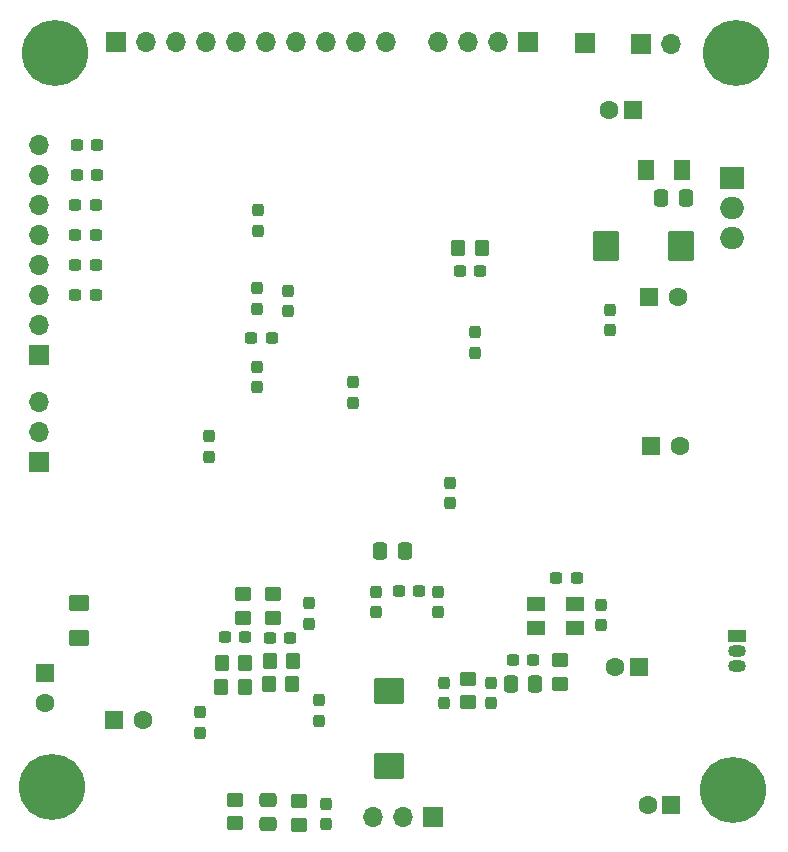
<source format=gbr>
%TF.GenerationSoftware,KiCad,Pcbnew,7.0.2*%
%TF.CreationDate,2023-11-01T23:53:07+01:00*%
%TF.ProjectId,stm_audio_board_V2,73746d5f-6175-4646-996f-5f626f617264,rev?*%
%TF.SameCoordinates,Original*%
%TF.FileFunction,Soldermask,Bot*%
%TF.FilePolarity,Negative*%
%FSLAX46Y46*%
G04 Gerber Fmt 4.6, Leading zero omitted, Abs format (unit mm)*
G04 Created by KiCad (PCBNEW 7.0.2) date 2023-11-01 23:53:07*
%MOMM*%
%LPD*%
G01*
G04 APERTURE LIST*
G04 Aperture macros list*
%AMRoundRect*
0 Rectangle with rounded corners*
0 $1 Rounding radius*
0 $2 $3 $4 $5 $6 $7 $8 $9 X,Y pos of 4 corners*
0 Add a 4 corners polygon primitive as box body*
4,1,4,$2,$3,$4,$5,$6,$7,$8,$9,$2,$3,0*
0 Add four circle primitives for the rounded corners*
1,1,$1+$1,$2,$3*
1,1,$1+$1,$4,$5*
1,1,$1+$1,$6,$7*
1,1,$1+$1,$8,$9*
0 Add four rect primitives between the rounded corners*
20,1,$1+$1,$2,$3,$4,$5,0*
20,1,$1+$1,$4,$5,$6,$7,0*
20,1,$1+$1,$6,$7,$8,$9,0*
20,1,$1+$1,$8,$9,$2,$3,0*%
G04 Aperture macros list end*
%ADD10C,5.600000*%
%ADD11R,2.000000X1.905000*%
%ADD12O,2.000000X1.905000*%
%ADD13R,1.500000X1.050000*%
%ADD14O,1.500000X1.050000*%
%ADD15R,1.700000X1.700000*%
%ADD16O,1.700000X1.700000*%
%ADD17RoundRect,0.237500X-0.237500X0.300000X-0.237500X-0.300000X0.237500X-0.300000X0.237500X0.300000X0*%
%ADD18RoundRect,0.237500X-0.300000X-0.237500X0.300000X-0.237500X0.300000X0.237500X-0.300000X0.237500X0*%
%ADD19RoundRect,0.250000X0.337500X0.475000X-0.337500X0.475000X-0.337500X-0.475000X0.337500X-0.475000X0*%
%ADD20R,1.600000X1.600000*%
%ADD21C,1.600000*%
%ADD22RoundRect,0.250000X0.350000X0.450000X-0.350000X0.450000X-0.350000X-0.450000X0.350000X-0.450000X0*%
%ADD23R,1.600000X1.300000*%
%ADD24RoundRect,0.237500X0.300000X0.237500X-0.300000X0.237500X-0.300000X-0.237500X0.300000X-0.237500X0*%
%ADD25RoundRect,0.250001X-0.462499X-0.624999X0.462499X-0.624999X0.462499X0.624999X-0.462499X0.624999X0*%
%ADD26RoundRect,0.250000X-0.450000X0.350000X-0.450000X-0.350000X0.450000X-0.350000X0.450000X0.350000X0*%
%ADD27RoundRect,0.237500X0.237500X-0.300000X0.237500X0.300000X-0.237500X0.300000X-0.237500X-0.300000X0*%
%ADD28RoundRect,0.250000X-1.025000X0.875000X-1.025000X-0.875000X1.025000X-0.875000X1.025000X0.875000X0*%
%ADD29RoundRect,0.250000X-0.350000X-0.450000X0.350000X-0.450000X0.350000X0.450000X-0.350000X0.450000X0*%
%ADD30RoundRect,0.250001X-0.624999X0.462499X-0.624999X-0.462499X0.624999X-0.462499X0.624999X0.462499X0*%
%ADD31RoundRect,0.250000X0.450000X-0.350000X0.450000X0.350000X-0.450000X0.350000X-0.450000X-0.350000X0*%
%ADD32RoundRect,0.250000X0.875000X1.025000X-0.875000X1.025000X-0.875000X-1.025000X0.875000X-1.025000X0*%
%ADD33RoundRect,0.250000X0.475000X-0.337500X0.475000X0.337500X-0.475000X0.337500X-0.475000X-0.337500X0*%
G04 APERTURE END LIST*
D10*
%TO.C,H2*%
X245003000Y-112333000D03*
%TD*%
D11*
%TO.C,U3*%
X244877000Y-60471000D03*
D12*
X244877000Y-63011000D03*
X244877000Y-65551000D03*
%TD*%
D13*
%TO.C,U6*%
X245325000Y-99275000D03*
D14*
X245325000Y-100545000D03*
X245325000Y-101815000D03*
%TD*%
D15*
%TO.C,J4*%
X232457000Y-49069000D03*
%TD*%
%TO.C,J5*%
X192739000Y-48975000D03*
D16*
X195279000Y-48975000D03*
X197819000Y-48975000D03*
X200359000Y-48975000D03*
X202899000Y-48975000D03*
X205439000Y-48975000D03*
X207979000Y-48975000D03*
X210519000Y-48975000D03*
X213059000Y-48975000D03*
X215599000Y-48975000D03*
%TD*%
D10*
%TO.C,H4*%
X187599000Y-49887000D03*
%TD*%
%TO.C,H3*%
X245278000Y-49887000D03*
%TD*%
%TO.C,H1*%
X187324000Y-112058000D03*
%TD*%
D15*
%TO.C,J6*%
X186229000Y-84563000D03*
D16*
X186229000Y-82023000D03*
X186229000Y-79483000D03*
%TD*%
D15*
%TO.C,J7*%
X186229000Y-75455000D03*
D16*
X186229000Y-72915000D03*
X186229000Y-70375000D03*
X186229000Y-67835000D03*
X186229000Y-65295000D03*
X186229000Y-62755000D03*
X186229000Y-60215000D03*
X186229000Y-57675000D03*
%TD*%
D15*
%TO.C,J1*%
X237187000Y-49127000D03*
D16*
X239727000Y-49127000D03*
%TD*%
D15*
%TO.C,J2*%
X227633000Y-48975000D03*
D16*
X225093000Y-48975000D03*
X222553000Y-48975000D03*
X220013000Y-48975000D03*
%TD*%
D15*
%TO.C,J3*%
X219613000Y-114601000D03*
D16*
X217073000Y-114601000D03*
X214533000Y-114601000D03*
%TD*%
D17*
%TO.C,C25*%
X220543000Y-103238524D03*
X220543000Y-104963524D03*
%TD*%
D18*
%TO.C,C54*%
X189314500Y-67885000D03*
X191039500Y-67885000D03*
%TD*%
D17*
%TO.C,C7*%
X200657000Y-82378500D03*
X200657000Y-84103500D03*
%TD*%
D19*
%TO.C,C15*%
X241010500Y-62163000D03*
X238935500Y-62163000D03*
%TD*%
D20*
%TO.C,C13*%
X236498241Y-54733000D03*
D21*
X234498241Y-54733000D03*
%TD*%
D22*
%TO.C,R22*%
X203674999Y-103569000D03*
X201674999Y-103569000D03*
%TD*%
D23*
%TO.C,Y1*%
X228309000Y-96595000D03*
X231609000Y-96595000D03*
X231609000Y-98595000D03*
X228309000Y-98595000D03*
%TD*%
D24*
%TO.C,C63*%
X223603500Y-68346334D03*
X221878500Y-68346334D03*
%TD*%
D25*
%TO.C,D1*%
X237663500Y-59817000D03*
X240638500Y-59817000D03*
%TD*%
D26*
%TO.C,R15*%
X206063664Y-95711000D03*
X206063664Y-97711000D03*
%TD*%
D22*
%TO.C,R20*%
X203709665Y-101537000D03*
X201709665Y-101537000D03*
%TD*%
D20*
%TO.C,C29*%
X192583000Y-106401759D03*
D21*
X195083000Y-106401759D03*
%TD*%
D18*
%TO.C,C41*%
X201966500Y-99315004D03*
X203691500Y-99315004D03*
%TD*%
D27*
%TO.C,C9*%
X212781000Y-79531500D03*
X212781000Y-77806500D03*
%TD*%
D20*
%TO.C,C28*%
X186714241Y-102437000D03*
D21*
X186714241Y-104937000D03*
%TD*%
D18*
%TO.C,C56*%
X189314500Y-70431000D03*
X191039500Y-70431000D03*
%TD*%
D27*
%TO.C,C102*%
X234540000Y-73399500D03*
X234540000Y-71674500D03*
%TD*%
D28*
%TO.C,C26*%
X215838976Y-103913000D03*
X215838976Y-110313000D03*
%TD*%
D20*
%TO.C,C70*%
X237843000Y-70587759D03*
D21*
X240343000Y-70587759D03*
%TD*%
D26*
%TO.C,R3*%
X222541000Y-102901024D03*
X222541000Y-104901024D03*
%TD*%
D24*
%TO.C,C79*%
X218437500Y-95425000D03*
X216712500Y-95425000D03*
%TD*%
D29*
%TO.C,R19*%
X205761661Y-101409000D03*
X207761661Y-101409000D03*
%TD*%
D30*
%TO.C,D2*%
X189617000Y-96439500D03*
X189617000Y-99414500D03*
%TD*%
D27*
%TO.C,C10*%
X204781000Y-64941500D03*
X204781000Y-63216500D03*
%TD*%
%TO.C,C34*%
X220003000Y-97245500D03*
X220003000Y-95520500D03*
%TD*%
%TO.C,C61*%
X207321000Y-71753500D03*
X207321000Y-70028500D03*
%TD*%
D19*
%TO.C,C80*%
X217188500Y-92059000D03*
X215113500Y-92059000D03*
%TD*%
D24*
%TO.C,C66*%
X231755500Y-94385000D03*
X230030500Y-94385000D03*
%TD*%
D27*
%TO.C,C17*%
X224525000Y-104963524D03*
X224525000Y-103238524D03*
%TD*%
D18*
%TO.C,C62*%
X189314500Y-65339000D03*
X191039500Y-65339000D03*
%TD*%
%TO.C,C40*%
X205761163Y-99451000D03*
X207486163Y-99451000D03*
%TD*%
%TO.C,C57*%
X189432500Y-60267000D03*
X191157500Y-60267000D03*
%TD*%
D17*
%TO.C,C33*%
X209081000Y-96506500D03*
X209081000Y-98231500D03*
%TD*%
D26*
%TO.C,R16*%
X203488998Y-95711000D03*
X203488998Y-97711000D03*
%TD*%
D17*
%TO.C,C47*%
X210531999Y-113501500D03*
X210531999Y-115226500D03*
%TD*%
D18*
%TO.C,C55*%
X189426500Y-57727000D03*
X191151500Y-57727000D03*
%TD*%
D22*
%TO.C,R33*%
X223727000Y-66384334D03*
X221727000Y-66384334D03*
%TD*%
D31*
%TO.C,R23*%
X202808996Y-115127000D03*
X202808996Y-113127000D03*
%TD*%
D27*
%TO.C,C11*%
X204653000Y-78195500D03*
X204653000Y-76470500D03*
%TD*%
%TO.C,C14*%
X221013000Y-88023500D03*
X221013000Y-86298500D03*
%TD*%
D31*
%TO.C,R10*%
X230373000Y-103325000D03*
X230373000Y-101325000D03*
%TD*%
D20*
%TO.C,C76*%
X237006241Y-101881000D03*
D21*
X235006241Y-101881000D03*
%TD*%
D20*
%TO.C,C77*%
X239773000Y-113562241D03*
D21*
X237773000Y-113562241D03*
%TD*%
D19*
%TO.C,C67*%
X228259500Y-103322000D03*
X226184500Y-103322000D03*
%TD*%
D31*
%TO.C,R24*%
X208262996Y-115241000D03*
X208262996Y-113241000D03*
%TD*%
D27*
%TO.C,C44*%
X209908330Y-106429500D03*
X209908330Y-104704500D03*
%TD*%
D18*
%TO.C,C59*%
X189314500Y-62793000D03*
X191039500Y-62793000D03*
%TD*%
D17*
%TO.C,C64*%
X223163000Y-73552500D03*
X223163000Y-75277500D03*
%TD*%
D27*
%TO.C,C6*%
X204653000Y-71561500D03*
X204653000Y-69836500D03*
%TD*%
D32*
%TO.C,C4*%
X240633000Y-66257000D03*
X234233000Y-66257000D03*
%TD*%
D33*
%TO.C,C46*%
X205609004Y-115210500D03*
X205609004Y-113135500D03*
%TD*%
D18*
%TO.C,C16*%
X204214500Y-74067000D03*
X205939500Y-74067000D03*
%TD*%
D27*
%TO.C,C65*%
X233831000Y-98361500D03*
X233831000Y-96636500D03*
%TD*%
D17*
%TO.C,C45*%
X199896996Y-105748501D03*
X199896996Y-107473501D03*
%TD*%
D20*
%TO.C,C71*%
X238022241Y-83181000D03*
D21*
X240522241Y-83181000D03*
%TD*%
D27*
%TO.C,C32*%
X214771000Y-97233494D03*
X214771000Y-95508494D03*
%TD*%
D24*
%TO.C,C68*%
X228089500Y-101297000D03*
X226364500Y-101297000D03*
%TD*%
D22*
%TO.C,R21*%
X207693000Y-103377668D03*
X205693000Y-103377668D03*
%TD*%
M02*

</source>
